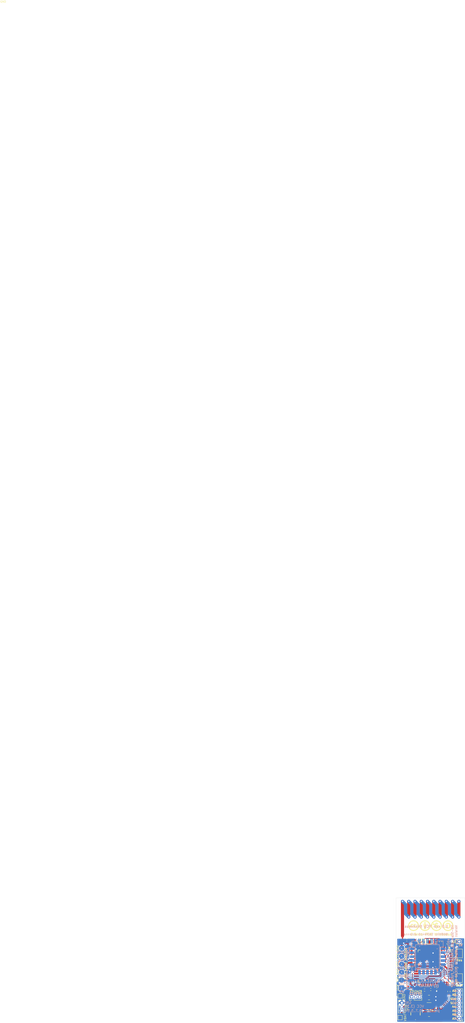
<source format=kicad_pcb>
(kicad_pcb (version 20240108) (generator "pcbnew") (generator_version "8.0")
  (title_block (title "HB_Stamp_IO_ATMega1284P_FUEL4EP") (date "2025-05-09") (rev "1.1") (company "FUEL4EP"))
  (layers (0 "F.Cu" jumper) (31 "B.Cu" signal) (34 "B.Paste" user) (35 "F.Paste" user) (36 "B.SilkS" user "B.Silkscreen") (37 "F.SilkS" user "F.Silkscreen") (38 "B.Mask" user) (39 "F.Mask" user) (44 "Edge.Cuts" user))
  (net 0 "")
  (net 1 "GND")
  (net 2 "Net-(AE1-A)")
  (net 3 "/SS")
  (net 4 "/D2")
  (net 5 "/SCL")
  (net 6 "/SDA")
  (net 7 "Net-(U1-AREF)")
  (net 8 "Net-(U1-AVCC)")
  (net 9 "Net-(D1-A)")
  (net 10 "/MOSI")
  (net 11 "/SCK")
  (net 12 "/MISO")
  (net 13 "VCC")
  (net 14 "/plusBAT")
  (net 18 "/CONFIG")
  (net 19 "/DTR")
  (net 20 "/RSETB")
  (net 21 "/RXD0")
  (net 22 "/TXD0")
  (net 30 "Net-(U1-PA0)")
  (net 31 "Net-(U1-PD4)")
  (net 33 "/L")
  (net 35 "Net-(U1-XTAL1)")
  (net 43 "/ANT")
  (net 44 "/CTS")
  (net 46 "/A4")
  (net 47 "/A2")
  (net 48 "/A5")
  (net 49 "/A3")
  (net 50 "/A7")
  (net 51 "/A6")
  (net 52 "/C4")
  (net 53 "/C3")
  (net 54 "/C5")
  (net 56 "/B3")
  (footprint "LED_SMD:LED_0402_1005Metric" (layer "F.Cu") (at 4.953 -23.495 -90)
    (property "Reference" "D1" (hide yes))
    (property "Value" "LED red 0402" (hide yes))
  )
  (footprint "Capacitor_SMD:C_0402_1005Metric" (layer "F.Cu") (at 3.81 -11.049 90)
    (property "Reference" "C1" (hide yes))
    (property "Value" "100n" (hide yes))
  )
  (footprint "Resistor_SMD:R_0402_1005Metric" (layer "F.Cu") (at 4.951 -21.59 90)
    (property "Reference" "R4" (hide yes))
    (property "Value" "470" (hide yes))
  )
  (footprint "Resistor_SMD:R_0402_1005Metric" (layer "F.Cu") (at 14.224 -26.035 90)
    (property "Reference" "R1" (hide yes))
    (property "Value" "10k" (hide yes))
  )
  (footprint "Capacitor_SMD:C_0402_1005Metric" (layer "F.Cu") (at 12.986 -10.829)
    (property "Reference" "C2" (hide yes))
    (property "Value" "100n" (hide yes))
  )
  (footprint "Capacitor_SMD:C_0402_1005Metric" (layer "F.Cu") (at 19.429 -17.653 90)
    (property "Reference" "C4" (hide yes))
    (property "Value" "100n" (hide yes))
  )
  (footprint "Capacitor_SMD:C_0402_1005Metric" (layer "F.Cu") (at 12.7 -25.4)
    (property "Reference" "C6" (hide yes))
    (property "Value" "100n" (hide yes))
  )
  (footprint "Capacitor_SMD:C_0402_1005Metric" (layer "F.Cu") (at 11.081 -10.702)
    (property "Reference" "C8" (hide yes))
    (property "Value" "100n" (hide yes))
  )
  (footprint "Resistor_SMD:R_0402_1005Metric" (layer "F.Cu") (at 9.0932 -10.5156)
    (property "Reference" "R2" (hide yes))
    (property "Value" "22" (hide yes))
  )
  (footprint "Capacitor_SMD:C_0805_2012Metric" (layer "F.Cu") (at 10.525 -2.81)
    (property "Reference" "C5" (hide yes))
    (property "Value" "10u" (hide yes))
  )
  (footprint "FUEL4EP:CC-BY-ND-SA" (layer "F.Cu") (at 11.049 -31.115)
    (property "Reference" "LOGO1" (hide yes))
    (property "Value" "Logo_Open_Hardware_Small" (hide yes))
  )
  (footprint "Capacitor_SMD:C_0402_1005Metric" (layer "F.Cu") (at 4.953 -19.685 90)
    (property "Reference" "C11" (hide yes))
    (property "Value" "100n" (hide yes))
  )
  (footprint "Capacitor_SMD:C_0402_1005Metric" (layer "F.Cu") (at 3.937 -19.685 90)
    (property "Reference" "C12" (hide yes))
    (property "Value" "10u" (hide yes))
  )
  (footprint "Capacitor_SMD:C_0402_1005Metric" (layer "F.Cu") (at 3.429 -26.543 180)
    (property "Reference" "C13" (hide yes))
    (property "Value" "1pF" (hide yes))
  )
  (footprint "FUEL4EP:FUEL4EP_Inductor_SMD_1" (layer "F.Cu") (at 6.207 -2.921 90)
    (property "Reference" "L1" (hide yes))
    (property "Value" "4.7u" (hide yes))
  )
  (footprint "Package_TO_SOT_SMD:Texas_R-PDSO-G6" (layer "F.Cu") (at 10.525 -5.35 180)
    (property "Reference" "U2" (hide yes))
    (property "Value" "TPS61221DCK" (hide yes))
  )
  (footprint "Capacitor_SMD:C_0805_2012Metric" (layer "F.Cu") (at 10.525 -8.144)
    (property "Reference" "C9" (hide yes))
    (property "Value" "10u" (hide yes))
  )
  (footprint "Package_QFP:TQFP-44_10x10mm_P0.8mm" (layer "F.Cu") (at 12.19 -18.161 -90)
    (property "Reference" "U1" (hide yes))
    (property "Value" "ATmega1284P-AU" (hide yes))
  )
  (footprint "Capacitor_SMD:C_0402_1005Metric" (layer "F.Cu") (at 12.7 -26.416 180)
    (property "Reference" "C3" (hide yes))
    (property "Value" "10u" (hide yes))
  )
  (footprint "Connector_PinHeader_1.27mm:PinHeader_1x03_P1.27mm_Vertical" (layer "F.Cu") (at 1.8288 -6.4516)
    (property "Reference" "J1" (hide yes))
    (property "Value" "Power")
  )
  (footprint "FUEL4EP:Texas_SWRA416_868MHz_915MHz" (layer "F.Cu") (at 11.049 -33.0615)
    (property "Reference" "AE1" (hide yes))
    (property "Value" "SWRA416 868MHz PCB Antenna" (hide yes))
  )
  (footprint "Connector_PinHeader_1.27mm:PinHeader_1x03_P1.27mm_Vertical" (layer "F.Cu") (at 4.9784 -8.382 90)
    (property "Reference" "J5" (hide yes))
    (property "Value" "IO2" (hide yes))
  )
  (footprint "Connector_PinHeader_1.27mm:PinHeader_1x01_P1.27mm_Vertical" (layer "F.Cu") (at 20.1676 -26.0096)
    (property "Reference" "J6" (hide yes))
    (property "Value" "IO3" (hide yes))
  )
  (footprint "FUEL4EP:PogoPinHeader_SMD_1x06_P2.54mm_Vertical" (layer "F.Cu") (at 1.778 -11.176 180)
    (property "Reference" "J2" (hide yes))
    (property "Value" "FTDI Debuger" (hide yes))
  )
  (footprint "Connector_PinHeader_1.27mm:PinHeader_1x08_P1.27mm_Vertical" (layer "F.Cu") (at 20.1676 -1.3716 180)
    (property "Reference" "J4" (hide yes))
    (property "Value" "IO1" (hide yes))
  )
  (footprint "Capacitor_SMD:C_0402_1005Metric" (layer "F.Cu") (at 4.985 -17.814 -90)
    (property "Reference" "C7" (hide yes))
    (property "Value" "100n" (hide yes))
  )
  (footprint "Jumper:SolderJumper-2_P1.3mm_Open_Pad1.0x1.5mm" (layer "F.Cu") (at 20.193 -14.351 90)
    (property "Reference" "JP2" (hide yes))
    (property "Value" "Config" (hide yes))
  )
  (footprint "Jumper:SolderJumper-2_P1.3mm_Open_Pad1.0x1.5mm" (layer "F.Cu") (at 20.193 -22.225 90)
    (property "Reference" "JP1" (hide yes))
    (property "Value" "Reset" (hide yes))
  )
  (footprint "Resistor_SMD:R_0402_1005Metric" (layer "F.Cu") (at 16.8656 -10.0584 -90)
    (property "Reference" "R3" (hide yes))
    (property "Value" "0 Ohm" (hide yes))
  )
  (footprint "TestPoint:TestPoint_Pad_1.0x1.0mm" (layer "F.Cu") (at 1.27 -1.7272)
    (property "Reference" "TP2" (hide yes))
    (property "Value" "Vaccu" (hide yes))
  )
  (footprint "Inductor_SMD:L_0402_1005Metric" (layer "F.Cu") (at 1.397 -26.416 180)
    (property "Reference" "L2" (hide yes))
    (property "Value" "12nH" (hide yes))
  )
  (footprint "NetTie:NetTie-2_SMD_Pad0.5mm" (layer "F.Cu") (at 3.81 -25.0444 -90)
    (property "Reference" "NT1" (hide yes))
    (property "Value" "NetTie_2" (hide yes))
  )
  (footprint "TestPoint:TestPoint_Pad_1.0x1.0mm" (layer "F.Cu") (at 10.6 -25.9)
    (property "Reference" "TP3")
    (property "Value" "ext. clock input")
  )
  (footprint "TestPoint:TestPoint_Pad_1.0x1.0mm" (layer "F.Cu") (at 1.27 -8.636)
    (property "Reference" "TP1" (hide yes))
    (property "Value" "GND" (hide yes))
  )
  (footprint "FUEL4EP:eByte_E07-900MM10S" (layer "B.Cu") (at 5.033 -16.209)
    (property "Reference" "Module1" (hide yes))
    (property "Value" "E07-900MM10S" (hide yes))
  )
  (footprint "FUEL4EP:PogoPinHeader_SMD_1x06_P2.54mm_Vertical" (layer "B.Cu") (at 1.778 -11.176)
    (property "Reference" "J3" (hide yes))
    (property "Value" "ISP Programmer" (hide yes))
  )
  (gr_circle (center 12.43 -4.588) (end 12.43 -4.461) (stroke (width 0.038099)) (fill solid) (layer "F.SilkS"))
  (gr_circle (center 16.254 -25.273) (end 16.381 -25.273) (stroke (width 0.038099)) (fill solid) (layer "F.SilkS"))
  (gr_line (start 0 0) (end 0 -40) (stroke (width 0.038099)) (layer "Edge.Cuts"))
  (gr_line (start 22 0) (end 0 0) (stroke (width 0.038099)) (layer "Edge.Cuts"))
  (gr_line (start 22 -40) (end 22 0) (stroke (width 0.038099)) (layer "Edge.Cuts"))
  (gr_line (start 0 -40) (end 22 -40) (stroke (width 0.038099)) (layer "Edge.Cuts"))
  (gr_text "A6" (at 19.4564 -2.286 0) (layer "B.SilkS") (effects (font (size 0.6 0.6) (thickness 0.15) (bold yes)) (justify left bottom mirror)))
  (gr_text "JLCJLCJLCJLC" (at 14.097 -12.954 0) (layer "B.SilkS") (effects (font (size 0.8128 0.8128) (thickness 0.1524) (bold yes)) (justify left bottom mirror)))
  (gr_text "Version 1.1 - 05/2025 (KiCAD 8)\n" (at 19.2024 -31.3436 90) (layer "B.SilkS") (effects (font (size 0.7 0.7)) (justify left mirror)))
  (gr_text "VCC (3.3V)" (at 5.6388 -5.334 0) (layer "B.SilkS") (effects (font (size 0.8 0.8) (thickness 0.1)) (justify mirror)))
  (gr_text "VCC" (at 1.778 -9.779 0) (layer "B.SilkS") (effects (font (size 0.6 0.6) (thickness 0.1)) (justify mirror)))
  (gr_text "HB-Stamp_IO_ATMega1284P_FUEL4EP\n\n" (at 18.542 -31.4452 90) (layer "B.SilkS") (effects (font (size 0.7 0.7)) (justify left mirror)))
  (gr_text "A7" (at 19.4564 -1.016 0) (layer "B.SilkS") (effects (font (size 0.6 0.6) (thickness 0.15) (bold yes)) (justify left bottom mirror)))
  (gr_text "SCL" (at 19.4564 -5.9944 0) (layer "B.SilkS") (effects (font (size 0.6 0.6) (thickness 0.15) (bold yes)) (justify left bottom mirror)))
  (gr_text "(C) FUEL4EP" (at 10.3124 -11.8872 0) (layer "B.SilkS") (effects (font (size 0.7 0.7)) (justify mirror)))
  (gr_text "C5" (at 8.1788 -9.15 0) (layer "B.SilkS") (effects (font (size 0.6 0.6) (thickness 0.15) (bold yes)) (justify left bottom mirror)))
  (gr_text "0.8 mm PCB thickness" (at 9.652 -30.861 0) (layer "B.SilkS") (effects (font (size 0.8 0.8)) (justify mirror)))
  (gr_text "B3\n" (at 21.2852 -24.5364 0) (layer "B.SilkS") (effects (font (size 0.6 0.6) (thickness 0.15) (bold yes)) (justify left bottom mirror)))
  (gr_text "MOSI" (at 1.778 -14.986 0) (layer "B.SilkS") (effects (font (size 0.6 0.6) (thickness 0.1)) (justify mirror)))
  (gr_text "A4" (at 19.4564 -4.7752 0) (layer "B.SilkS") (effects (font (size 0.6 0.6) (thickness 0.15) (bold yes)) (justify left bottom mirror)))
  (gr_text "PogoPin ISP programmer" (at 3.429 -17.399 90) (layer "B.SilkS") (effects (font (size 0.7 0.7)) (justify mirror)))
  (gr_text "C3" (at 5.5372 -9.144 0) (layer "B.SilkS") (effects (font (size 0.6 0.6) (thickness 0.15) (bold yes)) (justify left bottom mirror)))
  (gr_text "SDA" (at 19.4564 -7.2136 0) (layer "B.SilkS") (effects (font (size 0.6 0.6) (thickness 0.15) (bold yes)) (justify left bottom mirror)))
  (gr_text "MISO" (at 1.778 -20.066 0) (layer "B.SilkS") (effects (font (size 0.6 0.6) (thickness 0.1)) (justify mirror)))
  (gr_text "SCK" (at 1.778 -17.526 0) (layer "B.SilkS") (effects (font (size 0.6 0.6) (thickness 0.1)) (justify mirror)))
  (gr_text "plusBAT (0.7..5.5V)" (at 8.1788 -3.9116 0) (layer "B.SilkS") (effects (font (size 0.8 0.8) (thickness 0.1)) (justify mirror)))
  (gr_text "868MHz SWRA416 antenna" (at 9.4996 -28.3464 0) (layer "B.SilkS") (effects (font (size 0.7 0.7) (thickness 0.1)) (justify mirror)))
  (gr_text "eByte E07-900MM10S" (at 17.1 -26.95 90) (layer "B.SilkS") (effects (font (size 0.7 0.7) (thickness 0.1)) (justify left bottom mirror)))
  (gr_text "GND" (at 1.778 -12.446 0) (layer "B.SilkS") (effects (font (size 0.6 0.6) (thickness 0.1)) (justify mirror)))
  (gr_text "RSETB" (at 1.651 -22.606 0) (layer "B.SilkS") (effects (font (size 0.6 0.6) (thickness 0.1)) (justify mirror)))
  (gr_text "A2\n" (at 19.4564 -9.9568 0) (layer "B.SilkS") (effects (font (size 0.6 0.6) (thickness 0.15) (bold yes)) (justify left bottom mirror)))
  (gr_text "GND" (at 3.6576 -6.5024 0) (layer "B.SilkS") (effects (font (size 0.8 0.8) (thickness 0.1)) (justify mirror)))
  (gr_text "A3" (at 19.4564 -8.5344 0) (layer "B.SilkS") (effects (font (size 0.6 0.6) (thickness 0.15) (bold yes)) (justify left bottom mirror)))
  (gr_text "C4" (at 6.858 -9.144 0) (layer "B.SilkS") (effects (font (size 0.6 0.6) (thickness 0.15) (bold yes)) (justify left bottom mirror)))
  (gr_text "A5" (at 19.4564 -3.5052 0) (layer "B.SilkS") (effects (font (size 0.6 0.6) (thickness 0.15) (bold yes)) (justify left bottom mirror)))
  (gr_text "TXD" (at 0.558 -13.843 90) (layer "F.SilkS") (effects (font (size 0.7 0.7) (thickness 0.1) (italic yes))))
  (gr_text "VCC" (at 0.508 -18.796 90) (layer "F.SilkS") (effects (font (size 0.7 0.7) (thickness 0.1) (italic yes))))
  (gr_text "FTDI serial monitor" (at 3.048 -18.923 90) (layer "F.SilkS") (effects (font (size 0.7 0.7))))
  (gr_text "B3" (at 17.7292 -25.6032 0) (layer "F.SilkS") (effects (font (size 0.6 0.6) (thickness 0.15) (bold yes)) (justify left bottom)))
  (gr_text "Conf" (at 20.193 -12.065 0) (layer "F.SilkS") (effects (font (size 0.7 0.7))))
  (gr_text "A7\n" (at 17.8308 -1.016 0) (layer "F.SilkS") (effects (font (size 0.6 0.6) (thickness 0.15) (bold yes)) (justify left bottom)))
  (gr_text "A6\n" (at 17.8308 -2.3876 0) (layer "F.SilkS") (effects (font (size 0.6 0.6) (thickness 0.15) (bold yes)) (justify left bottom)))
  (gr_text "Res" (at 20.193 -20.066 0) (layer "F.SilkS") (effects (font (size 0.7 0.7))))
  (gr_text "RXD" (at 0.508 -16.383 90) (layer "F.SilkS") (effects (font (size 0.7 0.7) (thickness 0.1) (italic yes))))
  (gr_text "VCC" (at 3.6068 -4.9276 90) (layer "F.SilkS") (effects (font (size 0.7 0.7) (thickness 0.1) (italic yes))))
  (gr_text "C5\n" (at 7.0104 -9.7536 0) (layer "F.SilkS") (effects (font (size 0.6 0.6) (thickness 0.15) (bold yes)) (justify left bottom)))
  (gr_text "SCL\n" (at 17.2212 -6.0452 0) (layer "F.SilkS") (effects (font (size 0.6 0.6) (thickness 0.15) (bold yes)) (justify left bottom)))
  (gr_text "A2\n" (at 17.8308 -9.906 0) (layer "F.SilkS") (effects (font (size 0.6 0.6) (thickness 0.15) (bold yes)) (justify left bottom)))
  (gr_text "SDA" (at 17.1704 -7.366 0) (layer "F.SilkS") (effects (font (size 0.6 0.6) (thickness 0.15) (bold yes)) (justify left bottom)))
  (gr_text "XTAL1" (at 6.7 -25.25 0) (layer "F.SilkS") (effects (font (size 0.7 0.7) (thickness 0.0875)) (justify left bottom)))
  (gr_text "A4\n" (at 17.78 -4.8768 0) (layer "F.SilkS") (effects (font (size 0.6 0.6) (thickness 0.15) (bold yes)) (justify left bottom)))
  (gr_text "A3\n" (at 17.8308 -8.6868 0) (layer "F.SilkS") (effects (font (size 0.6 0.6) (thickness 0.15) (bold yes)) (justify left bottom)))
  (gr_text "DTR" (at 0.508 -11.303 90) (layer "F.SilkS") (effects (font (size 0.7 0.7) (thickness 0.1) (italic yes))))
  (gr_text "GND\n" (at 2.5908 -8.2296 90) (layer "F.SilkS") (effects (font (size 0.7 0.7) (thickness 0.1) (italic yes))))
  (gr_text "0.8mm PCB thickness" (at 11.176 -28.321 0) (layer "F.SilkS") (effects (font (size 0.8 0.8))))
  (gr_text "CTS" (at 0.508 -21.209 90) (layer "F.SilkS") (effects (font (size 0.7 0.7) (thickness 0.1) (italic yes))))
  (gr_text "C3\n" (at 4.3688 -9.7536 0) (layer "F.SilkS") (effects (font (size 0.6 0.6) (thickness 0.15) (bold yes)) (justify left bottom)))
  (gr_text "GND" (at -125.476 -326.39 0) (layer "F.SilkS") (effects (font (size 0.6 0.6) (thickness 0.1))))
  (gr_text "C4\n" (at 5.7404 -9.7536 0) (layer "F.SilkS") (effects (font (size 0.6 0.6) (thickness 0.15) (bold yes)) (justify left bottom)))
  (gr_text "A5" (at 17.8308 -3.556 0) (layer "F.SilkS") (effects (font (size 0.6 0.6) (thickness 0.15) (bold yes)) (justify left bottom)))
  (gr_text "GND\n" (at 0.508 -23.749 90) (layer "F.SilkS") (effects (font (size 0.7 0.7) (thickness 0.1) (italic yes))))
  (gr_text "VBAT" (at 2.8956 -1.7272 90) (layer "F.SilkS") (effects (font (size 0.7 0.7) (thickness 0.1) (italic yes))))
  (segment (start 19.613386 -18.133) (end 20.193 -17.553386) (width 0.5) (layer "F.Cu") (net 1))
  (segment (start 5.098501 -23.834499) (end 6.137501 -23.834499) (width 0.5) (layer "F.Cu") (net 1))
  (segment (start 12.19 -11.145) (end 12.506 -10.829) (width 0.5) (layer "F.Cu") (net 1))
  (segment (start 11.688 -10.829) (end 11.561 -10.702) (width 0.5) (layer "F.Cu") (net 1))
  (segment (start 12.22 -25.4) (end 12.22 -23.891) (width 0.5) (layer "F.Cu") (net 1))
  (segment (start 1.8288 -8.0772) (end 1.27 -8.636) (width 0.5) (layer "F.Cu") (net 1))
  (segment (start 12.115 -23.786) (end 12.115 -22.661) (width 0.5) (layer "F.Cu") (net 1))
  (segment (start 19.431 -19.177) (end 19.431 -20.813) (width 0.5) (layer "F.Cu") (net 1))
  (segment (start 12.22 -23.891) (end 12.19 -23.861) (width 0.5) (layer "F.Cu") (net 1))
  (segment (start 4.345247 -16.694247) (end 4.345247 -16.549501) (width 0.5) (layer "F.Cu") (net 1))
  (segment (start 0.912 -25.713007) (end 1.106007 -25.519) (width 0.5) (layer "F.Cu") (net 1))
  (segment (start 10.525 -3.76) (end 10.525 -5.75) (width 0.4) (layer "F.Cu") (net 1))
  (segment (start 2.405 -25.519) (end 2.413 -25.527) (width 0.5) (layer "F.Cu") (net 1))
  (segment (start 4.953 -20.165) (end 4.219 -20.165) (width 0.5) (layer "F.Cu") (net 1))
  (segment (start 12.115 -22.661) (end 11.806 -22.352) (width 0.5) (layer "F.Cu") (net 1))
  (segment (start 11.392 -17.361) (end 11.7475 -17.7165) (width 0.5) (layer "F.Cu") (net 1))
  (segment (start 10.541 -14.986) (end 14.224 -14.986) (width 0.5) (layer "F.Cu") (net 1))
  (segment (start 12.22 -26.416) (end 12.22 -25.4) (width 0.5) (layer "F.Cu") (net 1))
  (segment (start 12.19 -12.461) (end 12.19 -13.38339) (width 0.5) (layer "F.Cu") (net 1))
  (segment (start 19.429 -18.133) (end 19.613386 -18.133) (width 0.5) (layer "F.Cu") (net 1))
  (segment (start 17.89 -18.161) (end 19.401 -18.161) (width 0.5) (layer "F.Cu") (net 1))
  (segment (start 3.81 -25.5444) (end 2.4304 -25.5444) (width 0.5) (layer "F.Cu") (net 1))
  (segment (start 11.625 -6.917) (end 11.625 -7.994) (width 0.5) (layer "F.Cu") (net 1))
  (segment (start 20.193 -17.553386) (end 20.193 -15.001) (width 0.5) (layer "F.Cu") (net 1))
  (segment (start 12.462 -8.144) (end 12.7 -8.382) (width 0.5) (layer "F.Cu") (net 1))
  (segment (start 10.775 -6) (end 11.625 -6) (width 0.4) (layer "F.Cu") (net 1))
  (segment (start 4.219 -20.165) (end 3.979911 -20.404089) (width 0.5) (layer "F.Cu") (net 1))
  (segment (start 12.19 -12.461) (end 12.19 -11.145) (width 0.5) (layer "F.Cu") (net 1))
  (segment (start 19.431 -19.177) (end 19.431 -18.135) (width 0.5) (layer "F.Cu") (net 1))
  (segment (start 0.912 -26.416) (end 0.912 -25.713007) (width 0.5) (layer "F.Cu") (net 1))
  (segment (start 12.506 -10.829) (end 12.506 -10.584073) (width 0.5) (layer "F.Cu") (net 1))
  (segment (start 4.953 -23.98) (end 5.098501 -23.834499) (width 0.5) (layer "F.Cu") (net 1))
  (segment (start 5.969 -11.684) (end 5.969 -12.319) (width 0.5) (layer "F.Cu") (net 1))
  (segment (start 11.806 -22.352) (end 11.811 -22.352) (width 0.5) (layer "F.Cu") (net 1))
  (segment (start 11.811 -22.352) (end 11.811 -19.558) (width 0.5) (layer "F.Cu") (net 1))
  (segment (start 11.625 -6) (end 11.625 -6.917) (width 0.5) (layer "F.Cu") (net 1))
  (segment (start 10.525 -5.75) (end 10.775 -6) (width 0.4) (layer "F.Cu") (net 1))
  (segment (start 1.106007 -25.519) (end 2.405 -25.519) (width 0.5) (layer "F.Cu") (net 1))
  (segment (start 6.49 -17.361) (end 5.012 -17.361) (width 0.5) (layer "F.Cu") (net 1))
  (segment (start 19.431 -20.813) (end 20.193 -21.575) (width 0.5) (layer "F.Cu") (net 1))
  (segment (start 12.19 -13.38339) (end 11.957454 -13.615936) (width 0.5) (layer "F.Cu") (net 1))
  (segment (start 5.969 -12.319) (end 6.2596 -12.6096) (width 0.5) (layer "F.Cu") (net 1))
  (segment (start 2.4304 -25.5444) (end 2.413 -25.527) (width 0.5) (layer "F.Cu") (net 1))
  (segment (start 1.778 -24.892) (end 2.413 -25.527) (width 0.5) (layer "F.Cu") (net 1))
  (segment (start 1.8288 -6.4516) (end 1.8288 -8.0772) (width 0.5) (layer "F.Cu") (net 1))
  (segment (start 6.2596 -12.6096) (end 6.2596 -13.081) (width 0.5) (layer "F.Cu") (net 1))
  (segment (start 9.271 -13.716) (end 10.541 -14.986) (width 0.5) (layer "F.Cu") (net 1))
  (segment (start 12.7 -8.382) (end 12.7 -7.239) (width 0.5) (layer "F.Cu") (net 1))
  (segment (start 4.985 -17.334) (end 4.345247 -16.694247) (width 0.5) (layer "F.Cu") (net 1))
  (segment (start 12.506 -10.829) (end 11.688 -10.829) (width 0.5) (layer "F.Cu") (net 1))
  (segment (start 11.475 -8.144) (end 12.462 -8.144) (width 0.5) (layer "F.Cu") (net 1))
  (segment (start 1.778 -24.426) (end 1.778 -24.892) (width 0.5) (layer "F.Cu") (net 1))
  (segment (start 12.19 -23.861) (end 12.115 -23.786) (width 0.5) (layer "F.Cu") (net 1))
  (segment (start 14.224 -14.986) (end 14.224 -16.891) (width 0.5) (layer "F.Cu") (net 1))
  (segment (start 12.506 -10.584073) (end 12.943781 -10.146292) (width 0.5) (layer "F.Cu") (net 1))
  (segment (start 11.475 -2.81) (end 10.525 -3.76) (width 0.4) (layer "F.Cu") (net 1))
  (segment (start 6.49 -17.361) (end 11.392 -17.361) (width 0.5) (layer "F.Cu") (net 1))
  (segment (start 6.137501 -23.834499) (end 6.35 -23.622) (width 0.5) (layer "F.Cu") (net 1))
  (via (at 11.957454 -13.615936) (size 0.6) (drill 0.4) (layers "F.Cu" "B.Cu") (net 1))
  (via (at 14.224 -16.891) (size 0.6) (drill 0.4) (layers "F.Cu" "B.Cu") (net 1))
  (via (at 12.943781 -10.146292) (size 0.6) (drill 0.4) (layers "F.Cu" "B.Cu") (net 1))
  (via (at 3.979911 -20.404089) (size 0.6) (drill 0.4) (layers "F.Cu" "B.Cu") (net 1))
  (via (at 12.7 -8.382) (size 0.6) (drill 0.4) (layers "F.Cu" "B.Cu") (net 1))
  (via (at 6.2596 -13.081) (size 0.6) (drill 0.4) (layers "F.Cu" "B.Cu") (net 1))
  (via (at 11.811 -19.558) (size 0.6) (drill 0.4) (layers "F.Cu" "B.Cu") (net 1))
  (via (at 19.431 -19.177) (size 0.6) (drill 0.4) (layers "F.Cu" "B.Cu") (net 1))
  (via (at 5.969 -11.684) (size 0.6) (drill 0.4) (layers "F.Cu" "B.Cu") (net 1))
  (via (at 11.7475 -17.7165) (size 0.6) (drill 0.4) (layers "F.Cu" "B.Cu") (net 1))
  (via (at 2.413 -25.527) (size 0.6) (drill 0.4) (layers "F.Cu" "B.Cu") (net 1))
  (via (at 9.271 -13.716) (size 0.6) (drill 0.4) (layers "F.Cu" "B.Cu") (net 1))
  (via (at 6.35 -23.622) (size 0.6) (drill 0.4) (layers "F.Cu" "B.Cu") (net 1))
  (via (at 4.345247 -16.549501) (size 0.6) (drill 0.4) (layers "F.Cu" "B.Cu") (net 1))
  (via (at 12.7 -7.239) (size 0.6) (drill 0.4) (layers "F.Cu" "B.Cu") (net 1))
  (via (at 11.811 -22.352) (size 0.6) (drill 0.4) (layers "F.Cu" "B.Cu") (net 1))
  (segment (start 3.979911 -20.212089) (end 3.979911 -20.404089) (width 0.5) (layer "B.Cu") (net 1))
  (segment (start 0.4642 -12.9522) (end 1.228 -13.716) (width 0.5) (layer "B.Cu") (net 1))
  (segment (start 5.449 -11.291) (end 5.449 -10.484339) (width 0.5) (layer "B.Cu") (net 1))
  (segment (start 5.588 -11.43) (end 5.842 -11.684) (width 0.5) (layer "B.Cu") (net 1))
  (segment (start 0.4642 -8.8068) (end 0.4642 -12.9522) (width 0.5) (layer "B.Cu") (net 1))
  (segment (start 0.478 -9.876) (end 0.4642 -9.8898) (width 0.5) (layer "B.Cu") (net 1))
  (segment (start 5.033 -19.939) (end 4.253 -19.939) (width 0.5) (layer "B.Cu") (net 1))
  (segment (start 5.009661 -10.045) (end 4.388339 -10.045) (width 0.5) (layer "B.Cu") (net 1))
  (segment (start 5.588 -11.43) (end 5.588 -10.541) (width 0.5) (layer "B.Cu") (net 1))
  (segment (start 11.85739 -13.716) (end 9.271 -13.716) (width 0.5) (layer "B.Cu") (net 1))
  (segment (start 4.253 -19.939) (end 3.979911 -20.212089) (width 0.5) (layer "B.Cu") (net 1))
  (segment (start 5.588 -11.43) (end 5.449 -11.291) (width 0.5) (layer "B.Cu") (net 1))
  (segment (start 5.842 -11.684) (end 5.969 -11.684) (width 0.5) (layer "B.Cu") (net 1))
  (segment (start 12.573 -16.209) (end 12.573 -16.891) (width 0.5) (layer "B.Cu") (net 1))
  (segment (start 1.778 -7.493) (end 0.4642 -8.8068) (width 0.5) (layer "B.Cu") (net 1))
  (segment (start 1.778 -7.493) (end 1.778 -6.5024) (width 0.5) (layer "B.Cu") (net 1))
  (segment (start 4.388339 -10.045) (end 4.219339 -9.876) (width 0.5) (layer "B.Cu") (net 1))
  (segment (start 11.957454 -13.615936) (end 11.85739 -13.716) (width 0.5) (layer "B.Cu") (net 1))
  (segment (start 12.573 -16.891) (end 11.7475 -17.7165) (width 0.5) (layer "B.Cu") (net 1))
  (segment (start 2.328 -13.716) (end 9.271 -13.716) (width 0.5) (layer "B.Cu") (net 1))
  (segment (start 5.449 -10.484339) (end 5.009661 -10.045) (width 0.5) (layer "B.Cu") (net 1))
  (segment (start 0.4642 -9.8898) (end 0.4642 -12.9522) (width 0.5) (layer "B.Cu") (net 1))
  (segment (start 4.219339 -9.876) (end 0.478 -9.876) (width 0.5) (layer "B.Cu") (net 1))
  (segment (start 2.413 -26.416) (end 2.822 -26.416) (width 0.6) (layer "F.Cu") (net 2))
  (segment (start 1.882 -26.416) (end 2.413 -26.416) (width 0.6) (layer "F.Cu") (net 2))
  (segment (start 2.049 -26.78) (end 2.049 -27.062) (width 0.2) (layer "F.Cu") (net 2))
  (segment (start 2.049 -27.1615) (end 2.049 -26.306) (width 0.2) (layer "F.Cu") (net 2))
  (segment (start 2.822 -26.416) (end 2.949 -26.543) (width 0.6) (layer "F.Cu") (net 2))
  (segment (start 17.193324 -22.161) (end 16.474855 -21.442531) (width 0.2) (layer "F.Cu") (net 3))
  (segment (start 16.474855 -21.442531) (end 16.474855 -20.670249) (width 0.2) (layer "F.Cu") (net 3))
  (segment (start 17.89 -22.161) (end 17.193324 -22.161) (width 0.2) (layer "F.Cu") (net 3))
  (via (at 16.474855 -20.670249) (size 0.6) (drill 0.4) (layers "F.Cu" "B.Cu") (net 3))
  (segment (start 15.305207 -19.939) (end 15.743606 -19.939) (width 0.2) (layer "B.Cu") (net 3))
  (segment (start 15.743606 -19.939) (end 16.474855 -20.670249) (width 0.2) (layer "B.Cu") (net 3))
  (segment (start 8.19 -21.147) (end 9.779 -19.558) (width 0.2) (layer "F.Cu") (net 4))
  (segment (start 8.19 -23.861) (end 8.19 -21.147) (width 0.2) (layer "F.Cu") (net 4))
  (via (at 9.779 -19.558) (size 0.6) (drill 0.4) (layers "F.Cu" "B.Cu") (net 4))
  (segment (start 10.033 -19.304) (end 9.779 -19.558) (width 0.2) (layer "B.Cu") (net 4))
  (segment (start 10.033 -16.209) (end 10.033 -19.304) (width 0.2) (layer "B.Cu") (net 4))
  (segment (start 17.9324 -11.716191) (end 18.2268 -11.421791) (width 0.2) (layer "F.Cu") (net 5))
  (segment (start 13.810199 -17.890001) (end 14.637801 -17.890001) (width 0.2) (layer "F.Cu") (net 5))
  (segment (start 17.9324 -13.1572) (end 17.9324 -11.716191) (width 0.2) (layer "F.Cu") (net 5))
  (segment (start 12.388697 -16.468499) (end 13.810199 -17.890001) (width 0.2) (layer "F.Cu") (net 5))
  (segment (start 18.2268 -11.421791) (end 18.2268 -7.0208) (width 0.2) (layer "F.Cu") (net 5))
  (segment (start 16.044911 -16.482891) (end 16.044911 -15.070089) (width 0.2) (layer "F.Cu") (net 5))
  (segment (start 14.637801 -17.890001) (end 16.044911 -16.482891) (width 0.2) (layer "F.Cu") (net 5))
  (segment (start 6.582501 -16.468499) (end 12.388697 -16.468499) (width 0.2) (layer "F.Cu") (net 5))
  (segment (start 18.2268 -7.0208) (end 18.796 -6.4516) (width 0.2) (layer "F.Cu") (net 5))
  (segment (start 18.796 -6.4516) (end 20.1676 -6.4516) (width 0.2) (layer "F.Cu") (net 5))
  (via (at 16.044911 -15.070089) (size 0.6) (drill 0.4) (layers "F.Cu" "B.Cu") (net 5))
  (via (at 17.9324 -13.1572) (size 0.6) (drill 0.4) (layers "F.Cu" "B.Cu") (net 5))
  (segment (start 18.034 -13.335) (end 18.034 -13.2588) (width 0.2) (layer "B.Cu") (net 5))
  (segment (start 18.034 -13.335) (end 16.298911 -15.070089) (width 0.2) (layer "B.Cu") (net 5))
  (segment (start 18.034 -13.2588) (end 17.9324 -13.1572) (width 0.2) (layer "B.Cu") (net 5))
  (segment (start 16.298911 -15.070089) (end 16.044911 -15.070089) (width 0.2) (layer "B.Cu") (net 5))
  (segment (start 15.8569 -14.3183) (end 16.1544 -14.0208) (width 0.2) (layer "F.Cu") (net 6))
  (segment (start 14.472322 -17.4905) (end 15.37193 -16.590892) (width 0.2) (layer "F.Cu") (net 6))
  (segment (start 13.975678 -17.4905) (end 14.472322 -17.4905) (width 0.2) (layer "F.Cu") (net 6))
  (segment (start 20.9296 -7.7216) (end 21.0184 -7.8104) (width 0.2) (layer "F.Cu") (net 6))
  (segment (start 12.246178 -15.761) (end 13.975678 -17.4905) (width 0.2) (layer "F.Cu") (net 6))
  (segment (start 15.37193 -14.3183) (end 15.8569 -14.3183) (width 0.2) (layer "F.Cu") (net 6))
  (segment (start 6.49 -15.761) (end 12.246178 -15.761) (width 0.2) (layer "F.Cu") (net 6))
  (segment (start 15.37193 -16.590892) (end 15.37193 -14.3183) (width 0.2) (layer "F.Cu") (net 6))
  (segment (start 21.0184 -7.8104) (end 21.0184 -11.646) (width 0.2) (layer "F.Cu") (net 6))
  (segment (start 21.0184 -11.646) (end 20.574 -12.0904) (width 0.2) (layer "F.Cu") (net 6))
  (segment (start 20.1676 -7.7216) (end 20.9296 -7.7216) (width 0.2) (layer "F.Cu") (net 6))
  (via (at 16.1544 -14.0208) (size 0.6) (drill 0.4) (layers "F.Cu" "B.Cu") (net 6))
  (via (at 20.574 -12.0904) (size 0.6) (drill 0.4) (layers "F.Cu" "B.Cu") (net 6))
  (segment (start 19.187161 -12.9436) (end 19.7208 -12.9436) (width 0.2) (layer "B.Cu") (net 6))
  (segment (start 19.7208 -12.9436) (end 20.574 -12.0904) (width 0.2) (layer "B.Cu") (net 6))
  (segment (start 17.634 -12.5412) (end 18.784761 -12.5412) (width 0.2) (layer "B.Cu") (net 6))
  (segment (start 18.784761 -12.5412) (end 19.187161 -12.9436) (width 0.2) (layer "B.Cu") (net 6))
  (segment (start 16.1544 -14.0208) (end 17.634 -12.5412) (width 0.2) (layer "B.Cu") (net 6))
  (segment (start 12.99 -11.305) (end 13.466 -10.829) (width 0.2) (layer "F.Cu") (net 7))
  (segment (start 12.99 -12.461) (end 12.99 -11.305) (width 0.2) (layer "F.Cu") (net 7))
  (segment (start 9.7896 -10.702) (end 9.6032 -10.5156) (width 0.2) (layer "F.Cu") (net 8))
  (segment (start 10.601 -10.702) (end 9.7896 -10.702) (width 0.2) (layer "F.Cu") (net 8))
  (segment (start 11.39 -11.407112) (end 11.333858 -11.407112) (width 0.2) (layer "F.Cu") (net 8))
  (segment (start 11.333858 -11.407112) (end 10.628746 -10.702) (width 0.2) (layer "F.Cu") (net 8))
  (segment (start 11.39 -12.461) (end 11.39 -11.407112) (width 0.2) (layer "F.Cu") (net 8))
  (segment (start 4.951 -22.1) (end 4.951 -23.008) (width 0.2) (layer "F.Cu") (net 9))
  (segment (start 16.19 -22.190502) (end 16.282502 -22.098) (width 0.2) (layer "F.Cu") (net 10))
  (segment (start 16.19 -23.861) (end 16.19 -22.190502) (width 0.2) (layer "F.Cu") (net 10))
  (via (at 16.282502 -22.098) (size 0.6) (drill 0.4) (layers "F.Cu" "B.Cu") (net 10))
  (segment (start 3.283499 -14.750501) (end 2.328 -15.706) (width 0.2) (layer "B.Cu") (net 10))
  (segment (start 16.282502 -22.098) (end 16.723177 -21.657325) (width 0.2) (layer "B.Cu") (net 10))
  (segment (start 17.074355 -20.918571) (end 17.074355 -20.421927) (width 0.2) (layer "B.Cu") (net 10))
  (segment (start 16.723177 -21.269749) (end 17.074355 -20.918571) (width 0.2) (layer "B.Cu") (net 10))
  (segment (start 16.723177 -21.657325) (end 16.723177 -21.269749) (width 0.2) (layer "B.Cu") (net 10))
  (segment (start 13.734501 -14.750501) (end 3.283499 -14.750501) (width 0.2) (layer "B.Cu") (net 10))
  (segment (start 16.51 -17.526) (end 13.734501 -14.750501) (width 0.2) (layer "B.Cu") (net 10))
  (segment (start 17.074355 -20.421927) (end 16.723177 -20.070749) (width 0.2) (layer "B.Cu") (net 10))
  (segment (start 16.723177 -20.070749) (end 16.600571 -20.070749) (width 0.2) (layer "B.Cu") (net 10))
  (segment (start 16.51 -19.980178) (end 16.51 -17.526) (width 0.2) (layer "B.Cu") (net 10))
  (segment (start 2.328 -15.706) (end 2.328 -16.256) (width 0.2) (layer "B.Cu") (net 10))
  (segment (start 16.256 -22.098) (end 16.282502 -22.098) (width 0.2) (layer "B.Cu") (net 10))
  (segment (start 16.600571 -20.070749) (end 16.51 -19.980178) (width 0.2) (layer "B.Cu") (net 10))
  (segment (start 16.256 -21.952) (end 16.256 -22.098) (width 0.2) (layer "B.Cu") (net 10))
  (segment (start 15.513 -21.209) (end 16.256 -21.952) (width 0.2) (layer "B.Cu") (net 10))
  (segment (start 14.59 -22.748) (end 15.875355 -21.462645) (width 0.2) (layer "F.Cu") (net 11))
  (segment (start 15.875355 -21.462645) (end 15.875355 -19.048111) (width 0.2) (layer "F.Cu") (net 11))
  (segment (start 14.59 -23.861) (end 14.59 -22.748) (width 0.2) (layer "F.Cu") (net 11))
  (segment (start 4.318 -15.350001) (end 3.745747 -15.922254) (width 0.2) (layer "F.Cu") (net 11))
  (segment (start 3.745747 -15.922254) (end 3.745747 -17.571247) (width 0.2) (layer "F.Cu") (net 11))
  (segment (start 3.745747 -17.571247) (end 3.8275 -17.653) (width 0.2) (layer "F.Cu") (net 11))
  (via (at 4.318 -15.350001) (size 0.6) (drill 0.4) (layers "F.Cu" "B.Cu") (net 11))
  (via (at 3.8275 -17.653) (size 0.6) (drill 0.4) (layers "F.Cu" "B.Cu") (net 11))
  (via (at 15.875355 -19.048111) (size 0.6) (drill 0.4) (layers "F.Cu" "B.Cu") (net 11))
  (segment (start 15.383 -18.669) (end 15.383 -16.96398) (width 0.2) (layer "B.Cu") (net 11))
  (segment (start 2.921 -17.653) (end 3.8275 -17.653) (width 0.2) (layer "B.Cu") (net 11))
  (segment (start 13.569022 -15.150002) (end 5.85378 -15.150002) (width 0.2) (layer "B.Cu") (net 11))
  (segment (start 5.85378 -15.150002) (end 5.653781 -15.350001) (width 0.2) (layer "B.Cu") (net 11))
  (segment (start 5.653781 -15.350001) (end 4.318 -15.350001) (width 0.2) (layer "B.Cu") (net 11))
  (segment (start 15.875 -18.669) (end 15.033 -18.669) (width 0.2) (layer "B.Cu") (net 11))
  (segment (start 15.383 -16.96398) (end 13.569022 -15.150002) (width 0.2) (layer "B.Cu") (net 11))
  (segment (start 15.875355 -19.048111) (end 15.875355 -18.669355) (width 0.2) (layer "B.Cu") (net 11))
  (segment (start 15.875355 -18.669355) (end 15.875 -18.669) (width 0.2) (layer "B.Cu") (net 11))
  (segment (start 2.921 -17.653) (end 2.328 -18.246) (width 0.2) (layer "B.Cu") (net 11))
  (segment (start 2.328 -18.246) (end 1.778 -18.246) (width 0.2) (layer "B.Cu") (net 11))
  (segment (start 16.765 -24.911) (end 15.49 -24.911) (width 0.2) (layer "F.Cu") (net 12))
  (segment (start 15.49 -24.911) (end 15.39 -24.811) (width 0.2) (layer "F.Cu") (net 12))
  (segment (start 16.964502 -23.368) (end 16.964502 -24.711498) (width 0.2) (layer "F.Cu") (net 12))
  (segment (start 16.964502 -24.711498) (end 16.765 -24.911) (width 0.2) (layer "F.Cu") (net 12))
  (segment (start 15.39 -24.811) (end 15.39 -23.861) (width 0.2) (layer "F.Cu") (net 12))
  (via (at 16.964502 -23.368) (size 0.6) (drill 0.4) (layers "F.Cu" "B.Cu") (net 12))
  (segment (start 17.473856 -21.754468) (end 17.473856 -20.256448) (width 0.2) (layer "B.Cu") (net 12))
  (segment (start 17.473856 -20.256448) (end 16.909501 -19.692093) (width 0.2) (layer "B.Cu") (net 12))
  (segment (start 15.2515 -22.6975) (end 16.530824 -22.6975) (width 0.2) (layer "B.Cu") (net 12))
  (segment (start 16.764 -23.368) (end 16.964502 -23.368) (width 0.2) (layer "B.Cu") (net 12))
  (segment (start 13.89998 -14.351) (end 3.11802 -14.351) (width 0.2) (layer "B.Cu") (net 12))
  (segment (start 0.5588 -15.8242) (end 0.5588 -20.186) (width 0.2) (layer "B.Cu") (net 12))
  (segment (start 16.909501 -19.692093) (end 16.909501 -17.360521) (width 0.2) (layer "B.Cu") (net 12))
  (segment (start 16.764 -22.733) (end 16.764 -23.368) (width 0.2) (layer "B.Cu") (net 12))
  (segment (start 16.629662 -22.598662) (end 17.473856 -21.754468) (width 0.2) (layer "B.Cu") (net 12))
  (segment (start 1.178 -20.186) (end 1.778 -20.786) (width 0.2) (layer "B.Cu") (net 12))
  (segment (start 16.530824 -22.6975) (end 16.629662 -22.598662) (width 0.2) (layer "B.Cu") (net 12))
  (segment (start 16.629662 -22.598662) (end 16.764 -22.733) (width 0.2) (layer "B.Cu") (net 12))
  (segment (start 0.5588 -20.186) (end 1.178 -20.186) (width 0.2) (layer "B.Cu") (net 12))
  (segment (start 1.397 -14.986) (end 0.5588 -15.8242) (width 0.2) (layer "B.Cu") (net 12))
  (segment (start 2.48302 -14.986) (end 1.397 -14.986) (width 0.2) (layer "B.Cu") (net 12))
  (segment (start 3.11802 -14.351) (end 2.48302 -14.986) (width 0.2) (layer "B.Cu") (net 12))
  (segment (start 16.909501 -17.360521) (end 13.89998 -14.351) (width 0.2) (layer "B.Cu") (net 12))
  (segment (start 4.985 -18.383) (end 4.381501 -18.986499) (width 0.5) (layer "F.Cu") (net 13))
  (segment (start 6.49 -18.161) (end 5.118 -18.161) (width 0.5) (layer "F.Cu") (net 13))
  (segment (start 3.078 -14.872954) (end 3.078 -18.046) (width 0.5) (layer "F.Cu") (net 13))
  (segment (start 12.7 -18.923) (end 12.802498 -18.820502) (width 0.5) (layer "F.Cu") (net 13))
  (segment (start 19.241 -17.361) (end 19.429 -17.173) (width 0.5) (layer "F.Cu") (net 13))
  (segment (start 12.7 -22.256756) (end 12.99 -22.546756) (width 0.5) (layer "F.Cu") (net 13))
  (segment (start 5.118 -18.161) (end 4.985 -18.294) (width 0.5) (layer "F.Cu") (net 13))
  (segment (start 4.5845 -13.366454) (end 3.078 -14.872954) (width 0.5) (layer "F.Cu") (net 13))
  (segment (start 13.827 -6.702) (end 13.827 -8.812) (width 0.5) (layer "F.Cu") (net 13))
  (segment (start 13.286 -9.353) (end 9.575 -9.353) (width 0.5) (layer "F.Cu") (net 13))
  (segment (start 12.7 -22.256756) (end 12.7 -18.923) (width 0.5) (layer "F.Cu") (net 13))
  (segment (start 13.305 -25.525) (end 13.18 -25.4) (width 0.5) (layer "F.Cu") (net 13))
  (segment (start 9.425 -6.704) (end 3.529 -6.704) (width 0.4) (layer "F.Cu") (net 13))
  (segment (start 12.790496 -18.8085) (end 12.802498 -18.820502) (width 0.5) (layer "F.Cu") (net 13))
  (segment (start 4.699 -11.176) (end 4.699 -10.795) (width 0.5) (layer "F.Cu") (net 13))
  (segment (start 8.5832 -10.5156) (end 8.547 -10.4794) (width 0.5) (layer "F.Cu") (net 13))
  (segment (start 14.865412 -18.820502) (end 16.324914 -17.361) (width 0.5) (layer "F.Cu") (net 13))
  (segment (start 4.699 -10.795) (end 4.699 -10.0026) (width 0.5) (layer "F.Cu") (net 13))
  (segment (start 9.575 -9.353) (end 9.575 -8.144) (width 0.5) (layer "F.Cu") (net 13))
  (segment (start 11.625 -5.35) (end 12.475 -5.35) (width 0.4) (layer "F.Cu") (net 13))
  (segment (start 3.937 -19.205) (end 4.953 -19.205) (width 0.5) (layer "F.Cu") (net 13))
  (segment (start 2.328 -18.796) (end 3.937 -18.796) (width 0.5) (layer "F.Cu") (net 13))
  (segment (start 17.89 -17.361) (end 19.241 -17.361) (width 0.5) (layer "F.Cu") (net 13))
  (segment (start 4.5845 -12.516546) (end 4.5845 -13.366454) (width 0.5) (layer "F.Cu") (net 13))
  (segment (start 3.937 -18.796) (end 4.064001 -18.668999) (width 0.5) (layer "F.Cu") (net 13))
  (segment (start 3.529 -8.8326) (end 3.529 -6.704) (width 0.5) (layer "F.Cu") (net 13))
  (segment (start 11.5695 -18.8085) (end 12.790496 -18.8085) (width 0.5) (layer "F.Cu") (net 13))
  (segment (start 4.600002 -19.205) (end 4.381501 -18.986499) (width 0.5) (layer "F.Cu") (net 13))
  (segment (start 4.953 -19.205) (end 4.600002 -19.205) (width 0.5) (layer "F.Cu") (net 13))
  (segment (start 5.08 -11.557) (end 4.699 -11.176) (width 0.5) (layer "F.Cu") (net 13))
  (segment (start 4.985 -18.294) (end 4.985 -18.383) (width 0.5) (layer "F.Cu") (net 13))
  (segment (start 2.535906 -5.1816) (end 3.529 -6.174694) (width 0.5) (layer "F.Cu") (net 13))
  (segment (start 12.475 -5.35) (end 13.827 -6.702) (width 0.4) (layer "F.Cu") (net 13))
  (segment (start 16.324914 -17.361) (end 17.89 -17.361) (width 0.5) (layer "F.Cu") (net 13))
  (segment (start 13.18 -25.4) (end 12.99 -25.21) (width 0.5) (layer "F.Cu") (net 13))
  (segment (start 13.18 -26.416) (end 13.18 -25.4) (width 0.5) (layer "F.Cu") (net 13))
  (segment (start 3.937 -19.205) (end 3.937 -18.796) (width 0.5) (layer "F.Cu") (net 13))
  (segment (start 3.529 -6.174694) (end 3.529 -6.704) (width 0.5) (layer "F.Cu") (net 13))
  (segment (start 9.454 -9.253) (end 9.37 -9.337) (width 0.4) (layer "F.Cu") (net 13))
  (segment (start 6.49 -18.161) (end 10.922 -18.161) (width 0.5) (layer "F.Cu") (net 13))
  (segment (start 5.08 -11.557) (end 5.08 -12.021046) (width 0.5) (layer "F.Cu") (net 13))
  (segment (start 14.224 -25.525) (end 13.305 -25.525) (width 0.5) (layer "F.Cu") (net 13))
  (segment (start 12.802498 -18.820502) (end 14.865412 -18.820502) (width 0.5) (layer "F.Cu") (net 13))
  (segment (start 5.08 -12.021046) (end 4.5845 -12.516546) (width 0.5) (layer "F.Cu") (net 13))
  (segment (start 9.425 -6.704) (end 9.425 -7.994) (width 0.5) (layer "F.Cu") (net 13))
  (segment (start 9.37 -9.337) (end 8.547 -10.16) (width 0.5) (layer "F.Cu") (net 13))
  (segment (start 3.078 -18.046) (end 2.328 -18.796) (width 0.5) (layer "F.Cu") (net 13))
  (segment (start 4.953 -19.205) (end 4.953 -18.326) (width 0.5) (layer "F.Cu") (net 13))
  (segment (start 8.547 -10.4794) (end 8.547 -10.16) (width 0.5) (layer "F.Cu") (net 13))
  (segment (start 9.425 -6) (end 9.425 -6.704) (width 0.5) (layer "F.Cu") (net 13))
  (segment (start 1.8288 -5.1816) (end 2.535906 -5.1816) (width 0.5) (layer "F.Cu") (net 13))
  (segment (start 10.922 -18.161) (end 11.5695 -18.8085) (width 0.5) (layer "F.Cu") (net 13))
  (segment (start 4.699 -10.0026) (end 3.529 -8.8326) (width 0.5) (layer "F.Cu") (net 13))
  (segment (start 4.381501 -18.986499) (end 4.064001 -18.668999) (width 0.5) (layer "F.Cu") (net 13))
  (segment (start 13.827 -8.812) (end 13.286 -9.353) (width 0.5) (layer "F.Cu") (net 13))
  (segment (start 12.99 -25.21) (end 12.99 -23.861) (width 0.5) (layer "F.Cu") (net 13))
  (segment (start 12.99 -22.546756) (end 12.99 -23.861) (width 0.5) (layer "F.Cu") (net 13))
  (via (at 4.699 -10.795) (size 0.6) (drill 0.4) (layers "F.Cu" "B.Cu") (net 13))
  (via (at 4.064001 -18.668999) (size 0.6) (drill 0.4) (layers "F.Cu" "B.Cu") (net 13))
  (segment (start 2.328 -11.176) (end 4.318 -11.176) (width 0.5) (layer "B.Cu") (net 13))
  (segment (start 4.318 -11.176) (end 4.699 -10.795) (width 0.5) (layer "B.Cu") (net 13))
  (segment (start 5.033 -18.669) (end 4.064001 -18.668999) (width 0.5) (layer "B.Cu") (net 13))
  (segment (start 9.575 -2.81) (end 9.575 -3.86) (width 0.5) (layer "F.Cu") (net 14))
  (segment (start 2.4638 -1.7272) (end 1.8288 -2.3622) (width 0.5) (layer "F.Cu") (net 14))
  (segment (start 6.433 -0.679) (end 6.207 -0.905) (width 0.6) (layer "F.Cu") (net 14))
  (segment (start 1.8288 -2.3622) (end 1.8288 -3.9116) (width 0.5) (layer "F.Cu") (net 14))
  (segment (start 9.575 -4.55) (end 9.425 -4.7) (width 0.5) (layer "F.Cu") (net 14))
  (segment (start 8.763 -3.937) (end 9.498 -3.937) (width 0.5) (layer "F.Cu") (net 14))
  (segment (start 9.498 -3.937) (end 9.575 -3.86) (width 0.5) (layer "F.Cu") (net 14))
  (segment (start 14.556 -0.778) (end 14.556 -4.367) (width 0.5) (layer "F.Cu") (net 14))
  (segment (start 16.8656 -9.5484) (end 16.8656 -8.6868) (width 0.2) (layer "F.Cu") (net 14))
  (segment (start 1.27 -1.8034) (end 1.8288 -2.3622) (width 0.5) (layer "F.Cu") (net 14))
  (segment (start 9.603 -0.651) (end 9.575 -0.679) (width 0.5) (layer "F.Cu") (net 14))
  (segment (start 9.575 -2.81) (end 9.575 -0.679) (width 0.6) (layer "F.Cu") (net 14))
  (segment (start 6.207 -0.905) (end 6.207 -1.821) (width 0.6) (layer "F.Cu") (net 14))
  (segment (start 9.575 -3.86) (end 9.575 -4.55) (width 0.5) (layer "F.Cu") (net 14))
  (segment (start 14.429 -0.651) (end 14.556 -0.778) (width 0.5) (layer "F.Cu") (net 14))
  (segment (start 9.425 -4.599) (end 8.763 -3.937) (width 0.5) (layer "F.Cu") (net 14))
  (segment (start 2.4638 -1.7272) (end 1.27 -1.7272) (width 0.5) (layer "F.Cu") (net 14))
  (segment (start 3.512 -0.679) (end 2.4638 -1.7272) (width 0.5) (layer "F.Cu") (net 14))
  (segment (start 14.556 -4.367) (end 14.223 -4.7) (width 0.5) (layer "F.Cu") (net 14))
  (segment (start 9.603 -0.651) (end 14.429 -0.651) (width 0.5) (layer "F.Cu") (net 14))
  (segment (start 3.512 -0.679) (end 6.433 -0.679) (width 0.4) (layer "F.Cu") (net 14))
  (segment (start 9.425 -4.7) (end 9.425 -4.599) (width 0.5) (layer "F.Cu") (net 14))
  (segment (start 11.625 -4.7) (end 14.223 -4.7) (width 0.4) (layer "F.Cu") (net 14))
  (segment (start 9.575 -0.679) (end 6.433 -0.679) (width 0.6) (layer "F.Cu") (net 14))
  (via (at 14.351 -4.826) (size 0.6) (drill 0.4) (layers "F.Cu" "B.Cu") (net 14))
  (via (at 16.8656 -8.6868) (size 0.6) (drill 0.4) (layers "F.Cu" "B.Cu") (net 14))
  (via (at 12.828 -4.7) (size 0.6) (drill 0.4) (layers "F.Cu" "B.Cu") (net 14))
  (via (at 8.763 -3.937) (size 0.6) (drill 0.4) (layers "F.Cu" "B.Cu") (net 14))
  (segment (start 14.351 -4.826) (end 16.8656 -7.3406) (width 0.2) (layer "B.Cu") (net 14))
  (segment (start 8.763 -3.937) (end 12.065 -3.937) (width 0.5) (layer "B.Cu") (net 14))
  (segment (start 12.065 -3.937) (end 12.828 -4.7) (width 0.5) (layer "B.Cu") (net 14))
  (segment (start 16.8656 -7.3406) (end 16.8656 -8.6868) (width 0.2) (layer "B.Cu") (net 14))
  (segment (start 10.594436 -14.215436) (end 12.205776 -14.215436) (width 0.2) (layer "F.Cu") (net 18))
  (segment (start 9.79 -12.461) (end 9.79 -13.411) (width 0.2) (layer "F.Cu") (net 18))
  (segment (start 12.705212 -13.716) (end 14.986 -13.716) (width 0.2) (layer "F.Cu") (net 18))
  (segment (start 19.830162 -13.701) (end 19.830162 -12.413362) (width 0.2) (layer "F.Cu") (net 18))
  (segment (start 9.79 -13.411) (end 10.594436 -14.215436) (width 0.2) (layer "F.Cu") (net 18))
  (segment (start 12.205776 -14.215436) (end 12.705212 -13.716) (width 0.2) (layer "F.Cu") (net 18))
  (segment (start 19.830162 -12.413362) (end 19.558 -12.1412) (width 0.2) (layer "F.Cu") (net 18))
  (via (at 19.558 -12.1412) (size 0.6) (drill 0.4) (layers "F.Cu" "B.Cu") (net 18))
  (via (at 14.986 -13.716) (size 0.6) (drill 0.4) (layers "F.Cu" "B.Cu") (net 18))
  (segment (start 19.557998 -12.141198) (end 19.558 -12.1412) (width 0.2) (layer "B.Cu") (net 18))
  (segment (start 16.560802 -12.141198) (end 19.557998 -12.141198) (width 0.2) (layer "B.Cu") (net 18))
  (segment (start 14.986 -13.716) (end 16.560802 -12.141198) (width 0.2) (layer "B.Cu") (net 18))
  (segment (start 1.778 -10.16) (end 1.778 -10.626) (width 0.2) (layer "F.Cu") (net 19))
  (segment (start 2.032 -9.906) (end 1.778 -10.16) (width 0.2) (layer "F.Cu") (net 19))
  (segment (start 3.81 -10.541) (end 3.175 -9.906) (width 0.2) (layer "F.Cu") (net 19))
  (segment (start 3.175 -9.906) (end 2.032 -9.906) (width 0.2) (layer "F.Cu") (net 19))
  (segment (start 19.943 -22.875) (end 19.943 -23.597439) (width 0.2) (layer "F.Cu") (net 20))
  (segment (start 14.844 -25.209817) (end 14.844 -25.385) (width 0.2) (layer "F.Cu") (net 20))
  (segment (start 14.8994 -25.4404) (end 18.100039 -25.4404) (width 0.2) (layer "F.Cu") (net 20))
  (segment (start 18.100039 -25.4404) (end 19.304922 -24.235517) (width 0.2) (layer "F.Cu") (net 20))
  (segment (start 9.246 -27.026) (end 7.239 -25.019) (width 0.2) (layer "F.Cu") (net 20))
  (segment (start 7.239 -25.019) (end 4.953 -25.019) (width 0.2) (layer "F.Cu") (net 20))
  (segment (start 14.844 -25.385) (end 14.8994 -25.4404) (width 0.2) (layer "F.Cu") (net 20))
  (segment (start 3.81 -12.178445) (end 3.859055 -12.2275) (width 0.2) (layer "F.Cu") (net 20))
  (segment (start 4.953 -25.019) (end 4.7345 -25.2375) (width 0.2) (layer "F.Cu") (net 20))
  (segment (start 19.943 -23.597439) (end 19.304922 -24.235517) (width 0.2) (layer "F.Cu") (net 20))
  (segment (start 14.603 -26.545) (end 14.224 -26.545) (width 0.2) (layer "F.Cu") (net 20))
  (segment (start 13.79 -24.811) (end 13.89 -24.911) (width 0.2) (layer "F.Cu") (net 20))
  (segment (start 14.545183 -24.911) (end 14.844 -25.209817) (width 0.2) (layer "F.Cu") (net 20))
  (segment (start 13.89 -24.911) (end 14.545183 -24.911) (width 0.2) (layer "F.Cu") (net 20))
  (segment (start 14.844 -26.304) (end 14.603 -26.545) (width 0.2) (layer "F.Cu") (net 20))
  (segment (start 13.79 -23.861) (end 13.79 -24.811) (width 0.2) (layer "F.Cu") (net 20))
  (segment (start 3.81 -11.529) (end 3.81 -12.178445) (width 0.2) (layer "F.Cu") (net 20))
  (segment (start 14.224 -26.545) (end 13.743 -27.026) (width 0.2) (layer "F.Cu") (net 20))
  (segment (start 13.743 -27.026) (end 9.246 -27.026) (width 0.2) (layer "F.Cu") (net 20))
  (segment (start 14.844 -25.385) (end 14.844 -26.304) (width 0.2) (layer "F.Cu") (net 20))
  (via (at 3.859055 -12.2275) (size 0.6) (drill 0.4) (layers "F.Cu" "B.Cu") (net 20))
  (via (at 19.304922 -24.235517) (size 0.6) (drill 0.4) (layers "F.Cu" "B.Cu") (net 20))
  (via (at 4.7345 -25.2375) (size 0.6) (drill 0.4) (layers "F.Cu" "B.Cu") (net 20))
  (segment (start 5.664388 -12.2835) (end 12.39746 -12.2835) (width 0.2) (layer "B.Cu") (net 20))
  (segment (start 3.1395 -25.2375) (end 2.328 -24.426) (width 0.2) (layer "B.Cu") (net 20))
  (segment (start 2.328 -24.426) (end 1.778 -24.426) (width 0.2) (layer "B.Cu") (net 20))
  (segment (start 17.399 -19.19004) (end 19.304922 -21.095962) (width 0.2) (layer "B.Cu") (net 20))
  (segment (start 3.859055 -12.2275) (end 5.608388 -12.2275) (width 0.2) (layer "B.Cu") (net 20))
  (segment (start 5.608388 -12.2275) (end 5.664388 -12.2835) (width 0.2) (layer "B.Cu") (net 20))
  (segment (start 17.399 -17.28504) (end 17.399 -19.19004) (width 0.2) (layer "B.Cu") (net 20))
  (segment (start 19.304922 -21.095962) (end 19.304922 -24.235517) (width 0.2) (layer "B.Cu") (net 20))
  (segment (start 3.1395 -25.2375) (end 4.7345 -25.2375) (width 0.2) (layer "B.Cu") (net 20))
  (segment (start 12.39746 -12.2835) (end 17.399 -17.28504) (width 0.2) (layer "B.Cu") (net 20))
  (segment (start 9.79 -24.811) (end 9.79 -23.861) (width 0.2) (layer "F.Cu") (net 21))
  (segment (start 4.639638 -24.619499) (end 7.404479 -24.619499) (width 0.2) (layer "F.Cu") (net 21))
  (segment (start 1.778 -16.806) (end 1.228 -16.806) (width 0.2) (layer "F.Cu") (net 21))
  (segment (start 2.175255 -19.955255) (end 4.318 -22.098) (width 0.2) (layer "F.Cu") (net 21))
  (segment (start 0.628 -19.297) (end 1.286255 -19.955255) (width 0.2) (layer "F.Cu") (net 21))
  (segment (start 7.404479 -24.619499) (end 7.785479 -25.000499) (width 0.2) (layer "F.Cu") (net 21))
  (segment (start 1.228 -16.806) (end 0.628 -17.406) (width 0.2) (layer "F.Cu") (net 21))
  (segment (start 1.286255 -19.955255) (end 2.175255 -19.955255) (width 0.2) (layer "F.Cu") (net 21))
  (segment (start 7.785479 -25.000499) (end 9.600501 -25.000499) (width 0.2) (layer "F.Cu") (net 21))
  (segment (start 9.600501 -25.000499) (end 9.79 -24.811) (width 0.2) (layer "F.Cu") (net 21))
  (segment (start 4.318 -24.297861) (end 4.639638 -24.619499) (width 0.2) (layer "F.Cu") (net 21))
  (segment (start 4.318 -22.098) (end 4.318 -24.297861) (width 0.2) (layer "F.Cu") (net 21))
  (segment (start 0.628 -17.406) (end 0.628 -19.297) (width 0.2) (layer "F.Cu") (net 21))
  (segment (start 8.99 -21.436) (end 10.414 -20.012) (width 0.2) (layer "F.Cu") (net 22))
  (segment (start 2.923399 -12.866436) (end 2.923399 -13.120601) (width 0.2) (layer "F.Cu") (net 22))
  (segment (start 10.414 -18.923) (end 7.874 -18.923) (width 0.2) (layer "F.Cu") (net 22))
  (segment (start 7.874 -18.923) (end 7.747 -19.05) (width 0.2) (layer "F.Cu") (net 22))
  (segment (start 5.210925 -12.950075) (end 5.334 -12.827) (width 0.2) (layer "F.Cu") (net 22))
  (segment (start 2.923399 -13.120601) (end 2.328 -13.716) (width 0.2) (layer "F.Cu") (net 22))
  (segment (start 10.414 -20.012) (end 10.414 -18.923) (width 0.2) (layer "F.Cu") (net 22))
  (segment (start 5.210925 -16.153427) (end 5.210925 -12.950075) (width 0.2) (layer "F.Cu") (net 22))
  (segment (start 8.99 -23.861) (end 8.99 -21.436) (width 0.2) (layer "F.Cu") (net 22))
  (via (at 2.923399 -12.866436) (size 0.6) (drill 0.4) (layers "F.Cu" "B.Cu") (net 22))
  (via (at 7.747 -19.05) (size 0.6) (drill 0.4) (layers "F.Cu" "B.Cu") (net 22))
  (via (at 5.210925 -16.153427) (size 0.6) (drill 0.4) (layers "F.Cu" "B.Cu") (net 22))
  (via (at 5.334 -12.827) (size 0.6) (drill 0.4) (layers "F.Cu" "B.Cu") (net 22))
  (segment (start 7.747 -18.161) (end 7.747 -19.05) (width 0.2) (layer "B.Cu") (net 22))
  (segment (start 5.210925 -16.153427) (end 5.739427 -16.153427) (width 0.2) (layer "B.Cu") (net 22))
  (segment (start 5.334 -12.827) (end 2.962835 -12.827) (width 0.2) (layer "B.Cu") (net 22))
  (segment (start 5.739427 -16.153427) (end 7.747 -18.161) (width 0.2) (layer "B.Cu") (net 22))
  (segment (start 2.962835 -12.827) (end 2.923399 -12.866436) (width 0.2) (layer "B.Cu") (net 22))
  (segment (start 16.7744 -16.3954) (end 16.7744 -10.6596) (width 0.2) (layer "F.Cu") (net 30))
  (segment (start 17.89 -16.561) (end 16.94 -16.561) (width 0.2) (layer "F.Cu") (net 30))
  (segment (start 16.94 -16.561) (end 16.7744 -16.3954) (width 0.2) (layer "F.Cu") (net 30))
  (segment (start 5.232 -21.361) (end 4.951 -21.08) (width 0.2) (layer "F.Cu") (net 31))
  (segment (start 6.49 -21.361) (end 5.232 -21.361) (width 0.2) (layer "F.Cu") (net 31))
  (segment (start 6.207 -5.191) (end 6.207 -3.921) (width 0.4) (layer "F.Cu") (net 33))
  (segment (start 9.425 -5.35) (end 6.366 -5.35) (width 0.4) (layer "F.Cu") (net 33))
  (segment (start 6.366 -5.35) (end 6.207 -5.191) (width 0.4) (layer "F.Cu") (net 33))
  (segment (start 10.59 -23.861) (end 10.59 -25.89) (width 0.2) (layer "F.Cu") (net 35))
  (segment (start 6.477 -26.543) (end 3.909 -26.543) (width 0.6) (layer "F.Cu") (net 43))
  (via (at 6.477 -26.543) (size 0.6) (drill 0.4) (layers "F.Cu" "B.Cu") (net 43))
  (segment (start 7.493 -26.209) (end 6.811 -26.209) (width 0.2) (layer "B.Cu") (net 43))
  (segment (start 6.811 -26.209) (end 6.477 -26.543) (width 0.2) (layer "B.Cu") (net 43))
  (segment (start 2.328 -21.886) (end 1.778 -21.886) (width 0.2) (layer "F.Cu") (net 44))
  (segment (start 3.81 -24.5444) (end 3.81 -23.368) (width 0.2) (layer "F.Cu") (net 44))
  (segment (start 3.81 -23.368) (end 2.328 -21.886) (width 0.2) (layer "F.Cu") (net 44))
  (segment (start 16.1544 -7.4168) (end 16.1544 -7.112) (width 0.2) (layer "F.Cu") (net 46))
  (segment (start 18.0848 -5.1816) (end 20.1676 -5.1816) (width 0.2) (layer "F.Cu") (net 46))
  (segment (start 16.1544 -7.112) (end 18.0848 -5.1816) (width 0.2) (layer "F.Cu") (net 46))
  (segment (start 16.19 -7.4524) (end 16.1544 -7.4168) (width 0.2) (layer "F.Cu") (net 46))
  (segment (start 16.19 -12.461) (end 16.19 -7.4524) (width 0.2) (layer "F.Cu") (net 46))
  (segment (start 17.89 -14.961) (end 18.84 -14.961) (width 0.2) (layer "F.Cu") (net 47))
  (segment (start 18.8572 -11.922761) (end 19.0268 -11.753161) (width 0.2) (layer "F.Cu") (net 47))
  (segment (start 18.8064 -12.075161) (end 18.8572 -12.024361) (width 0.2) (layer "F.Cu") (net 47))
  (segment (start 18.9588 -14.8422) (end 18.9588 -12.715239) (width 0.2) (layer "F.Cu") (net 47))
  (segment (start 18.8572 -12.024361) (end 18.8572 -11.922761) (width 0.2) (layer "F.Cu") (net 47))
  (segment (start 18.8064 -12.562839) (end 18.8064 -12.075161) (width 0.2) (layer "F.Cu") (net 47))
  (segment (start 18.9588 -12.715239) (end 18.8064 -12.562839) (width 0.2) (layer "F.Cu") (net 47))
  (segment (start 19.4564 -10.2616) (end 20.1676 -10.2616) (width 0.2) (layer "F.Cu") (net 47))
  (segment (start 19.0268 -10.6912) (end 19.4564 -10.2616) (width 0.2) (layer "F.Cu") (net 47))
  (segment (start 18.84 -14.961) (end 18.9588 -14.8422) (width 0.2) (layer "F.Cu") (net 47))
  (segment (start 19.0268 -11.753161) (end 19.0268 -10.6912) (width 0.2) (layer "F.Cu") (net 47))
  (segment (start 15.39 -6.9112) (end 15.39 -12.461) (width 0.2) (layer "F.Cu") (net 48))
  (segment (start 18.3896 -3.9116) (end 15.39 -6.9112) (width 0.2) (layer "F.Cu") (net 48))
  (segment (start 20.1676 -3.9116) (end 18.3896 -3.9116) (width 0.2) (layer "F.Cu") (net 48))
  (segment (start 18.6268 -11.587476) (end 18.6268 -9.618) (width 0.2) (layer "F.Cu") (net 49))
  (segment (start 18.4064 -11.807876) (end 18.6268 -11.587476) (width 0.2) (layer "F.Cu") (net 49))
  (segment (start 17.89 -14.161) (end 18.5588 -13.4922) (width 0.2) (layer "F.Cu") (net 49))
  (segment (start 18.5588 -12.880924) (end 18.4064 -12.728525) (width 0.2) (layer "F.Cu") (net 49))
  (segment (start 18.4064 -12.728525) (end 18.4064 -11.807876) (width 0.2) (layer "F.Cu") (net 49))
  (segment (start 18.5588 -13.4922) (end 18.5588 -12.880924) (width 0.2) (layer "F.Cu") (net 49))
  (segment (start 18.6268 -9.618) (end 19.2532 -8.9916) (width 0.2) (layer "F.Cu") (net 49))
  (segment (start 19.2532 -8.9916) (end 20.1676 -8.9916) (width 0.2) (layer "F.Cu") (net 49))
  (segment (start 14.5352 -6.336714) (end 19.449514 -1.4224) (width 0.2) (layer "F.Cu") (net 50))
  (segment (start 13.79 -11.441134) (end 14.5352 -10.695934) (width 0.2) (layer "F.Cu") (net 50))
  (segment (start 14.5352 -10.695934) (end 14.5352 -6.336714) (width 0.2) (layer "F.Cu") (net 50))
  (segment (start 13.79 -12.461) (end 13.79 -11.441134) (width 0.2) (layer "F.Cu") (net 50))
  (segment (start 19.449514 -1.4224) (end 20.1168 -1.4224) (width 0.2) (layer "F.Cu") (net 50))
  (segment (start 14.99 -6.4476) (end 18.796 -2.6416) (width 0.2) (layer "F.Cu") (net 51))
  (segment (start 14.99 -10.80682) (end 14.99 -6.4476) (width 0.2) (layer "F.Cu") (net 51))
  (segment (start 14.59 -12.461) (end 14.59 -11.20682) (width 0.2) (layer "F.Cu") (net 51))
  (segment (start 14.59 -11.20682) (end 14.99 -10.80682) (width 0.2) (layer "F.Cu") (net 51))
  (segment (start 18.796 -2.6416) (end 20.1676 -2.6416) (width 0.2) (layer "F.Cu") (net 51))
  (segment (start 7.3152 -10.922) (end 6.2484 -9.8552) (width 0.2) (layer "F.Cu") (net 52))
  (segment (start 8.19 -12.461) (end 7.3152 -11.5862) (width 0.2) (layer "F.Cu") (net 52))
  (segment (start 7.3152 -11.5862) (end 7.3152 -10.922) (width 0.2) (layer "F.Cu") (net 52))
  (segment (start 6.2484 -9.8552) (end 6.2484 -8.382) (width 0.2) (layer "F.Cu") (net 52))
  (segment (start 6.9096 -11.38) (end 4.9784 -9.4488) (width 0.2) (layer "F.Cu") (net 53))
  (segment (start 4.9784 -9.4488) (end 4.9784 -8.382) (width 0.2) (layer "F.Cu") (net 53))
  (segment (start 6.49 -14.161) (end 6.9096 -13.7414) (width 0.2) (layer "F.Cu") (net 53))
  (segment (start 6.9096 -13.7414) (end 6.9096 -11.38) (width 0.2) (layer "F.Cu") (net 53))
  (segment (start 8.99 -11.511) (end 8.7058 -11.2268) (width 0.2) (layer "F.Cu") (net 54))
  (segment (start 7.5184 -10.4648) (end 7.5184 -8.382) (width 0.2) (layer "F.Cu") (net 54))
  (segment (start 8.99 -12.461) (end 8.99 -11.511) (width 0.2) (layer "F.Cu") (net 54))
  (segment (start 8.2804 -11.2268) (end 7.5184 -10.4648) (width 0.2) (layer "F.Cu") (net 54))
  (segment (start 8.7058 -11.2268) (end 8.2804 -11.2268) (width 0.2) (layer "F.Cu") (net 54))
  (segment (start 18.94 -21.461) (end 18.94 -23.681198) (width 0.2) (layer "F.Cu") (net 56))
  (segment (start 18.94 -23.681198) (end 17.8816 -24.739598) (width 0.2) (layer "F.Cu") (net 56))
  (segment (start 20.1676 -26.0096) (end 17.928633 -26.0096) (width 0.2) (layer "F.Cu") (net 56))
  (segment (start 17.928633 -26.0096) (end 17.847833 -26.0904) (width 0.2) (layer "F.Cu") (net 56))
  (segment (start 18.84 -21.361) (end 18.94 -21.461) (width 0.2) (layer "F.Cu") (net 56))
  (segment (start 17.89 -21.361) (end 18.84 -21.361) (width 0.2) (layer "F.Cu") (net 56))
  (via (at 17.8816 -24.739598) (size 0.6) (drill 0.4) (layers "F.Cu" "B.Cu") (net 56))
  (via (at 17.847833 -26.0904) (size 0.6) (drill 0.4) (layers "F.Cu" "B.Cu") (net 56))
  (segment (start 17.8816 -26.056633) (end 17.8816 -24.739598) (width 0.2) (layer "B.Cu") (net 56))
  (segment (start 17.847833 -26.0904) (end 17.8816 -26.056633) (width 0.2) (layer "B.Cu") (net 56))
  (zone (net 33) (net_name "/L") (layer "F.Cu") (priority 1) (connect_pads no (clearance 0)) (min_thickness 0.025) (fill yes (thermal_gap 0.5) (thermal_bridge_width 0.5) (island_removal_mode 1) (island_area_min 10))
    (polygon (pts (xy 6.4008 -5.1816) (xy 6.4008 -4.3688) (xy 7.7216 -4.3688) (xy 7.7216 -4.7244) (xy 8.2296 -5.1816)))
  )
  (zone (net 14) (net_name "/plusBAT") (layer "F.Cu") (connect_pads (clearance 0)) (min_thickness 0.025) (fill yes (thermal_gap 0) (thermal_bridge_width 0.508))
    (polygon (pts (xy 9.906 -0.4064) (xy 2.5908 -0.4064) (xy 1.5748 -1.8796) (xy 1.5748 -2.286) (xy 8.509 -2.286) (xy 8.509 -4.953) (xy 9.906 -4.953)))
  )
  (zone (net 1) (net_name "GND") (layer "F.Cu") (connect_pads yes (clearance 0)) (min_thickness 0.254) (fill yes (thermal_gap 0) (thermal_bridge_width 0.254) (island_removal_mode 1) (island_area_min 0))
    (polygon (pts (xy 10.398 -1.921) (xy 10.398 -6.366) (xy 10.906 -6.366) (xy 10.906 -3.826) (xy 13.319 -3.826) (xy 13.319 -1.921)))
  )
  (zone (net 14) (net_name "/plusBAT") (layer "F.Cu") (connect_pads yes (clearance 0)) (min_thickness 0.254) (fill yes (thermal_gap 0) (thermal_bridge_width 0.254) (island_removal_mode 1) (island_area_min 0))
    (polygon (pts (xy 9.636 -0.397) (xy 9.636 -3.572) (xy 10.017 -3.572) (xy 10.017 -1.54) (xy 13.7 -1.54) (xy 13.7 -4.207) (xy 11.16 -4.207) (xy 11.16 -4.969) (xy 14.97 -4.969) (xy 14.97 -0.397)))
  )
  (zone (net 13) (net_name "VCC") (layer "F.Cu") (connect_pads yes (clearance 0)) (min_thickness 0.254) (fill yes (thermal_gap 0) (thermal_bridge_width 0.254) (island_removal_mode 1) (island_area_min 0))
    (polygon (pts (xy 9.89 -6.493) (xy 9.89 -5.731) (xy 8.874 -5.731) (xy 8.874 -9.668) (xy 10.525 -9.668) (xy 10.525 -7.001)))
  )
  (zone (net 1) (net_name "GND") (layer "F.Cu") (connect_pads yes (clearance 0)) (min_thickness 0.254) (fill yes (thermal_gap 0) (thermal_bridge_width 0.254) (island_removal_mode 1) (island_area_min 0))
    (polygon (pts (xy 12.303 -5.731) (xy 10.906 -5.731) (xy 10.906 -8.906) (xy 13.446 -8.906) (xy 13.446 -6.874)))
  )
  (zone (net 1) (net_name "GND") (layer "B.Cu") (connect_pads (clearance 0)) (min_thickness 0.254) (fill yes (thermal_gap 0.508) (thermal_bridge_width 0.508))
    (polygon (pts (xy 21.717 -0.381) (xy 0.381 -0.381) (xy 0.381 -26.924) (xy 21.717 -27.051)))
  )
)
</source>
